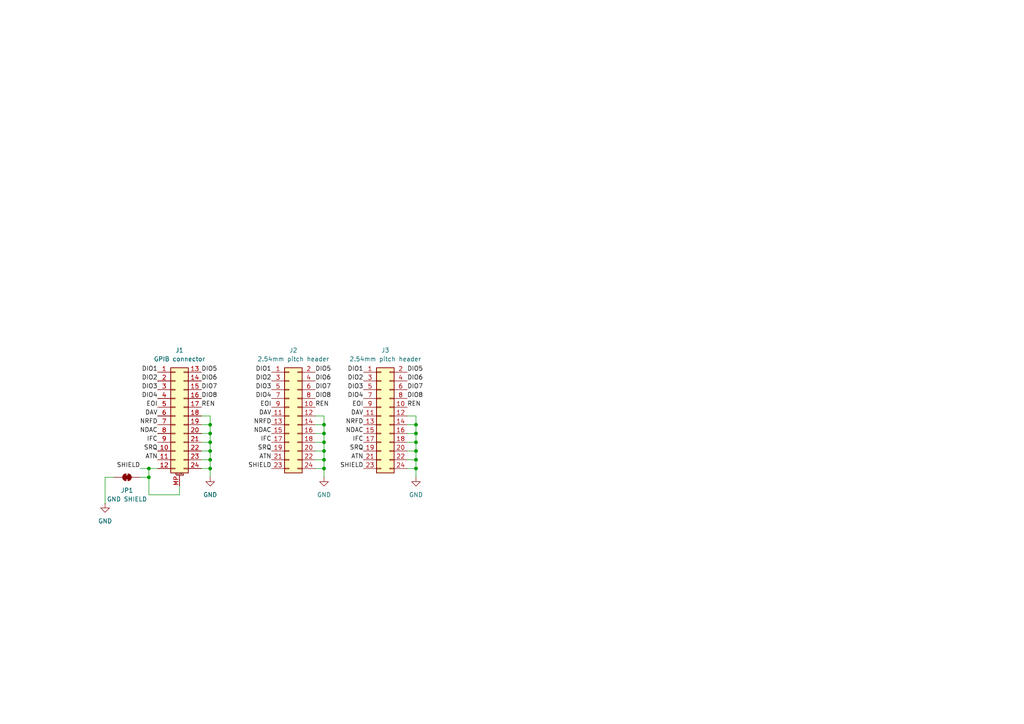
<source format=kicad_sch>
(kicad_sch (version 20250114) (generator "eeschema") (generator_version "9.0")
  (paper "A4")
  (lib_symbols
    (symbol "Connector_Generic:Conn_02x12_Odd_Even" (pin_names (offset 1.016) (hide yes))
      (property "Reference" "J" (at 1.27 15.24 0))
      (property "Value" "Conn_02x12_Odd_Even" (at 1.27 -17.78 0))
      (symbol "Conn_02x12_Odd_Even_1_1"
        (rectangle (start -1.27 13.97) (end 3.81 -16.51) (stroke (width 0.254)) (fill (type background)))
        (rectangle (start -1.27 12.827) (end 0 12.573) (stroke (width 0.1524)))
        (rectangle (start -1.27 10.287) (end 0 10.033) (stroke (width 0.1524)))
        (rectangle (start -1.27 7.747) (end 0 7.493) (stroke (width 0.1524)))
        (rectangle (start -1.27 5.207) (end 0 4.953) (stroke (width 0.1524)))
        (rectangle (start -1.27 2.667) (end 0 2.413) (stroke (width 0.1524)))
        (rectangle (start -1.27 0.127) (end 0 -0.127) (stroke (width 0.1524)))
        (rectangle (start -1.27 -2.413) (end 0 -2.667) (stroke (width 0.1524)))
        (rectangle (start -1.27 -4.953) (end 0 -5.207) (stroke (width 0.1524)))
        (rectangle (start -1.27 -7.493) (end 0 -7.747) (stroke (width 0.1524)))
        (rectangle (start -1.27 -10.033) (end 0 -10.287) (stroke (width 0.1524)))
        (rectangle (start -1.27 -12.573) (end 0 -12.827) (stroke (width 0.1524)))
        (rectangle (start -1.27 -15.113) (end 0 -15.367) (stroke (width 0.1524)))
        (rectangle (start 3.81 12.827) (end 2.54 12.573) (stroke (width 0.1524)))
        (rectangle (start 3.81 10.287) (end 2.54 10.033) (stroke (width 0.1524)))
        (rectangle (start 3.81 7.747) (end 2.54 7.493) (stroke (width 0.1524)))
        (rectangle (start 3.81 5.207) (end 2.54 4.953) (stroke (width 0.1524)))
        (rectangle (start 3.81 2.667) (end 2.54 2.413) (stroke (width 0.1524)))
        (rectangle (start 3.81 0.127) (end 2.54 -0.127) (stroke (width 0.1524)))
        (rectangle (start 3.81 -2.413) (end 2.54 -2.667) (stroke (width 0.1524)))
        (rectangle (start 3.81 -4.953) (end 2.54 -5.207) (stroke (width 0.1524)))
        (rectangle (start 3.81 -7.493) (end 2.54 -7.747) (stroke (width 0.1524)))
        (rectangle (start 3.81 -10.033) (end 2.54 -10.287) (stroke (width 0.1524)))
        (rectangle (start 3.81 -12.573) (end 2.54 -12.827) (stroke (width 0.1524)))
        (rectangle (start 3.81 -15.113) (end 2.54 -15.367) (stroke (width 0.1524)))
        (pin passive line (at -5.08 12.7 0) (length 3.81) (name "Pin_1") (number "1"))
        (pin passive line (at -5.08 10.16 0) (length 3.81) (name "Pin_3") (number "3"))
        (pin passive line (at -5.08 7.62 0) (length 3.81) (name "Pin_5") (number "5"))
        (pin passive line (at -5.08 5.08 0) (length 3.81) (name "Pin_7") (number "7"))
        (pin passive line (at -5.08 2.54 0) (length 3.81) (name "Pin_9") (number "9"))
        (pin passive line (at -5.08 0 0) (length 3.81) (name "Pin_11") (number "11"))
        (pin passive line (at -5.08 -2.54 0) (length 3.81) (name "Pin_13") (number "13"))
        (pin passive line (at -5.08 -5.08 0) (length 3.81) (name "Pin_15") (number "15"))
        (pin passive line (at -5.08 -7.62 0) (length 3.81) (name "Pin_17") (number "17"))
        (pin passive line (at -5.08 -10.16 0) (length 3.81) (name "Pin_19") (number "19"))
        (pin passive line (at -5.08 -12.7 0) (length 3.81) (name "Pin_21") (number "21"))
        (pin passive line (at -5.08 -15.24 0) (length 3.81) (name "Pin_23") (number "23"))
        (pin passive line (at 7.62 12.7 180) (length 3.81) (name "Pin_2") (number "2"))
        (pin passive line (at 7.62 10.16 180) (length 3.81) (name "Pin_4") (number "4"))
        (pin passive line (at 7.62 7.62 180) (length 3.81) (name "Pin_6") (number "6"))
        (pin passive line (at 7.62 5.08 180) (length 3.81) (name "Pin_8") (number "8"))
        (pin passive line (at 7.62 2.54 180) (length 3.81) (name "Pin_10") (number "10"))
        (pin passive line (at 7.62 0 180) (length 3.81) (name "Pin_12") (number "12"))
        (pin passive line (at 7.62 -2.54 180) (length 3.81) (name "Pin_14") (number "14"))
        (pin passive line (at 7.62 -5.08 180) (length 3.81) (name "Pin_16") (number "16"))
        (pin passive line (at 7.62 -7.62 180) (length 3.81) (name "Pin_18") (number "18"))
        (pin passive line (at 7.62 -10.16 180) (length 3.81) (name "Pin_20") (number "20"))
        (pin passive line (at 7.62 -12.7 180) (length 3.81) (name "Pin_22") (number "22"))
        (pin passive line (at 7.62 -15.24 180) (length 3.81) (name "Pin_24") (number "24"))
      )
    )
    (symbol "Connector_Generic_MountingPin:Conn_02x12_Top_Bottom_MountingPin" (pin_names (offset 1.016) (hide yes))
      (property "Reference" "J" (at 1.27 15.24 0))
      (property "Value" "Conn_02x12_Top_Bottom_MountingPin" (at 2.54 -17.78 0))
      (symbol "Conn_02x12_Top_Bottom_MountingPin_1_1"
        (rectangle (start -1.27 13.97) (end 3.81 -16.51) (stroke (width 0.254)) (fill (type background)))
        (rectangle (start -1.27 12.827) (end 0 12.573) (stroke (width 0.1524)))
        (rectangle (start -1.27 10.287) (end 0 10.033) (stroke (width 0.1524)))
        (rectangle (start -1.27 7.747) (end 0 7.493) (stroke (width 0.1524)))
        (rectangle (start -1.27 5.207) (end 0 4.953) (stroke (width 0.1524)))
        (rectangle (start -1.27 2.667) (end 0 2.413) (stroke (width 0.1524)))
        (rectangle (start -1.27 0.127) (end 0 -0.127) (stroke (width 0.1524)))
        (rectangle (start -1.27 -2.413) (end 0 -2.667) (stroke (width 0.1524)))
        (rectangle (start -1.27 -4.953) (end 0 -5.207) (stroke (width 0.1524)))
        (rectangle (start -1.27 -7.493) (end 0 -7.747) (stroke (width 0.1524)))
        (rectangle (start -1.27 -10.033) (end 0 -10.287) (stroke (width 0.1524)))
        (rectangle (start -1.27 -12.573) (end 0 -12.827) (stroke (width 0.1524)))
        (rectangle (start -1.27 -15.113) (end 0 -15.367) (stroke (width 0.1524)))
        (polyline (pts (xy 0.254 -17.272) (xy 2.286 -17.272)) (stroke (width 0.1524)))
        (rectangle (start 3.81 12.827) (end 2.54 12.573) (stroke (width 0.1524)))
        (rectangle (start 3.81 10.287) (end 2.54 10.033) (stroke (width 0.1524)))
        (rectangle (start 3.81 7.747) (end 2.54 7.493) (stroke (width 0.1524)))
        (rectangle (start 3.81 5.207) (end 2.54 4.953) (stroke (width 0.1524)))
        (rectangle (start 3.81 2.667) (end 2.54 2.413) (stroke (width 0.1524)))
        (rectangle (start 3.81 0.127) (end 2.54 -0.127) (stroke (width 0.1524)))
        (rectangle (start 3.81 -2.413) (end 2.54 -2.667) (stroke (width 0.1524)))
        (rectangle (start 3.81 -4.953) (end 2.54 -5.207) (stroke (width 0.1524)))
        (rectangle (start 3.81 -7.493) (end 2.54 -7.747) (stroke (width 0.1524)))
        (rectangle (start 3.81 -10.033) (end 2.54 -10.287) (stroke (width 0.1524)))
        (rectangle (start 3.81 -12.573) (end 2.54 -12.827) (stroke (width 0.1524)))
        (rectangle (start 3.81 -15.113) (end 2.54 -15.367) (stroke (width 0.1524)))
        (text "Mounting" (at 1.27 -16.891 0) (effects (font (size 0.381 0.381))))
        (pin passive line (at -5.08 12.7 0) (length 3.81) (name "Pin_1") (number "1"))
        (pin passive line (at -5.08 10.16 0) (length 3.81) (name "Pin_2") (number "2"))
        (pin passive line (at -5.08 7.62 0) (length 3.81) (name "Pin_3") (number "3"))
        (pin passive line (at -5.08 5.08 0) (length 3.81) (name "Pin_4") (number "4"))
        (pin passive line (at -5.08 2.54 0) (length 3.81) (name "Pin_5") (number "5"))
        (pin passive line (at -5.08 0 0) (length 3.81) (name "Pin_6") (number "6"))
        (pin passive line (at -5.08 -2.54 0) (length 3.81) (name "Pin_7") (number "7"))
        (pin passive line (at -5.08 -5.08 0) (length 3.81) (name "Pin_8") (number "8"))
        (pin passive line (at -5.08 -7.62 0) (length 3.81) (name "Pin_9") (number "9"))
        (pin passive line (at -5.08 -10.16 0) (length 3.81) (name "Pin_10") (number "10"))
        (pin passive line (at -5.08 -12.7 0) (length 3.81) (name "Pin_11") (number "11"))
        (pin passive line (at -5.08 -15.24 0) (length 3.81) (name "Pin_12") (number "12"))
        (pin passive line (at 1.27 -20.32 90) (length 3.048) (name "MountPin") (number "MP"))
        (pin passive line (at 7.62 12.7 180) (length 3.81) (name "Pin_13") (number "13"))
        (pin passive line (at 7.62 10.16 180) (length 3.81) (name "Pin_14") (number "14"))
        (pin passive line (at 7.62 7.62 180) (length 3.81) (name "Pin_15") (number "15"))
        (pin passive line (at 7.62 5.08 180) (length 3.81) (name "Pin_16") (number "16"))
        (pin passive line (at 7.62 2.54 180) (length 3.81) (name "Pin_17") (number "17"))
        (pin passive line (at 7.62 0 180) (length 3.81) (name "Pin_18") (number "18"))
        (pin passive line (at 7.62 -2.54 180) (length 3.81) (name "Pin_19") (number "19"))
        (pin passive line (at 7.62 -5.08 180) (length 3.81) (name "Pin_20") (number "20"))
        (pin passive line (at 7.62 -7.62 180) (length 3.81) (name "Pin_21") (number "21"))
        (pin passive line (at 7.62 -10.16 180) (length 3.81) (name "Pin_22") (number "22"))
        (pin passive line (at 7.62 -12.7 180) (length 3.81) (name "Pin_23") (number "23"))
        (pin passive line (at 7.62 -15.24 180) (length 3.81) (name "Pin_24") (number "24"))
      )
    )
    (symbol "Jumper:SolderJumper_2_Bridged" (pin_numbers (hide yes)) (pin_names (offset 0) (hide yes)) (exclude_from_sim yes) (in_bom no)
      (property "Reference" "JP" (at 0 2.032 0))
      (property "Value" "SolderJumper_2_Bridged" (at 0 -2.54 0))
      (symbol "SolderJumper_2_Bridged_0_1"
        (rectangle (start -0.508 0.508) (end 0.508 -0.508) (fill (type outline)))
        (polyline (pts (xy -0.254 1.016) (xy -0.254 -1.016)))
        (arc (start -0.254 -1.016) (mid -1.2656 0) (end -0.254 1.016))
        (arc (start -0.254 -1.016) (mid -1.2656 0) (end -0.254 1.016) (fill (type outline)))
        (arc (start 0.254 1.016) (mid 1.2656 0) (end 0.254 -1.016))
        (arc (start 0.254 1.016) (mid 1.2656 0) (end 0.254 -1.016) (fill (type outline)))
        (polyline (pts (xy 0.254 1.016) (xy 0.254 -1.016)))
      )
      (symbol "SolderJumper_2_Bridged_1_1"
        (pin passive line (at -3.81 0 0) (length 2.54) (name "A") (number "1"))
        (pin passive line (at 3.81 0 180) (length 2.54) (name "B") (number "2"))
      )
    )
    (symbol "power:GND" (power) (pin_numbers (hide yes)) (pin_names (offset 0) (hide yes))
      (property "Value" "GND" (at 0 -3.81 0))
      (symbol "GND_0_1"
        (polyline (pts (xy 0 0) (xy 0 -1.27) (xy 1.27 -1.27) (xy 0 -2.54) (xy -1.27 -1.27) (xy 0 -1.27)))
      )
      (symbol "GND_1_1"
        (pin power_in line (at 0 0 270) (length 0) (name "~") (number "1"))
      )
    )
  )
  (junction (at 120.65 125.73))
  (junction (at 120.65 133.35))
  (junction (at 60.96 128.27))
  (junction (at 93.98 135.89))
  (junction (at 60.96 123.19))
  (junction (at 60.96 125.73))
  (junction (at 93.98 133.35))
  (junction (at 93.98 125.73))
  (junction (at 120.65 128.27))
  (junction (at 93.98 123.19))
  (junction (at 120.65 130.81))
  (junction (at 120.65 123.19))
  (junction (at 43.18 138.43))
  (junction (at 60.96 133.35))
  (junction (at 43.18 135.89))
  (junction (at 60.96 130.81))
  (junction (at 93.98 130.81))
  (junction (at 60.96 135.89))
  (junction (at 93.98 128.27))
  (junction (at 120.65 135.89))
  (wire (pts (xy 93.98 123.19) (xy 93.98 125.73)))
  (wire (pts (xy 60.96 120.65) (xy 60.96 123.19)))
  (wire (pts (xy 93.98 133.35) (xy 93.98 135.89)))
  (wire (pts (xy 58.42 123.19) (xy 60.96 123.19)))
  (wire (pts (xy 58.42 130.81) (xy 60.96 130.81)))
  (wire (pts (xy 91.44 128.27) (xy 93.98 128.27)))
  (wire (pts (xy 118.11 135.89) (xy 120.65 135.89)))
  (wire (pts (xy 60.96 123.19) (xy 60.96 125.73)))
  (wire (pts (xy 118.11 133.35) (xy 120.65 133.35)))
  (wire (pts (xy 120.65 128.27) (xy 120.65 130.81)))
  (wire (pts (xy 93.98 130.81) (xy 93.98 133.35)))
  (wire (pts (xy 43.18 138.43) (xy 43.18 143.51)))
  (wire (pts (xy 58.42 133.35) (xy 60.96 133.35)))
  (wire (pts (xy 118.11 123.19) (xy 120.65 123.19)))
  (wire (pts (xy 43.18 135.89) (xy 43.18 138.43)))
  (wire (pts (xy 58.42 128.27) (xy 60.96 128.27)))
  (wire (pts (xy 118.11 130.81) (xy 120.65 130.81)))
  (wire (pts (xy 120.65 120.65) (xy 120.65 123.19)))
  (wire (pts (xy 93.98 120.65) (xy 93.98 123.19)))
  (wire (pts (xy 120.65 135.89) (xy 120.65 138.43)))
  (wire (pts (xy 93.98 135.89) (xy 93.98 138.43)))
  (wire (pts (xy 60.96 133.35) (xy 60.96 135.89)))
  (wire (pts (xy 91.44 125.73) (xy 93.98 125.73)))
  (wire (pts (xy 40.64 138.43) (xy 43.18 138.43)))
  (wire (pts (xy 91.44 120.65) (xy 93.98 120.65)))
  (wire (pts (xy 118.11 128.27) (xy 120.65 128.27)))
  (wire (pts (xy 118.11 120.65) (xy 120.65 120.65)))
  (wire (pts (xy 43.18 135.89) (xy 45.72 135.89)))
  (wire (pts (xy 52.07 140.97) (xy 52.07 143.51)))
  (wire (pts (xy 43.18 143.51) (xy 52.07 143.51)))
  (wire (pts (xy 30.48 146.05) (xy 30.48 138.43)))
  (wire (pts (xy 120.65 130.81) (xy 120.65 133.35)))
  (wire (pts (xy 60.96 130.81) (xy 60.96 133.35)))
  (wire (pts (xy 120.65 133.35) (xy 120.65 135.89)))
  (wire (pts (xy 91.44 130.81) (xy 93.98 130.81)))
  (wire (pts (xy 91.44 123.19) (xy 93.98 123.19)))
  (wire (pts (xy 60.96 135.89) (xy 60.96 138.43)))
  (wire (pts (xy 93.98 128.27) (xy 93.98 130.81)))
  (wire (pts (xy 30.48 138.43) (xy 33.02 138.43)))
  (wire (pts (xy 120.65 125.73) (xy 120.65 128.27)))
  (wire (pts (xy 118.11 125.73) (xy 120.65 125.73)))
  (wire (pts (xy 91.44 135.89) (xy 93.98 135.89)))
  (wire (pts (xy 60.96 125.73) (xy 60.96 128.27)))
  (wire (pts (xy 93.98 125.73) (xy 93.98 128.27)))
  (wire (pts (xy 120.65 123.19) (xy 120.65 125.73)))
  (wire (pts (xy 60.96 128.27) (xy 60.96 130.81)))
  (wire (pts (xy 40.64 135.89) (xy 43.18 135.89)))
  (wire (pts (xy 58.42 120.65) (xy 60.96 120.65)))
  (wire (pts (xy 58.42 135.89) (xy 60.96 135.89)))
  (wire (pts (xy 91.44 133.35) (xy 93.98 133.35)))
  (wire (pts (xy 58.42 125.73) (xy 60.96 125.73)))
  (label "IFC" (at 105.41 128.27 180))
  (label "IFC" (at 78.74 128.27 180))
  (label "DIO1" (at 45.72 107.95 180))
  (label "DIO2" (at 78.74 110.49 180))
  (label "DAV" (at 78.74 120.65 180))
  (label "DIO4" (at 45.72 115.57 180))
  (label "DIO1" (at 105.41 107.95 180))
  (label "DAV" (at 45.72 120.65 180))
  (label "DIO8" (at 58.42 115.57 0))
  (label "SHIELD" (at 105.41 135.89 180))
  (label "DIO4" (at 105.41 115.57 180))
  (label "SRQ" (at 45.72 130.81 180))
  (label "NRFD" (at 45.72 123.19 180))
  (label "NDAC" (at 45.72 125.73 180))
  (label "DIO8" (at 91.44 115.57 0))
  (label "EOI" (at 45.72 118.11 180))
  (label "REN" (at 118.11 118.11 0))
  (label "DIO3" (at 78.74 113.03 180))
  (label "DIO7" (at 118.11 113.03 0))
  (label "ATN" (at 45.72 133.35 180))
  (label "DIO5" (at 58.42 107.95 0))
  (label "SHIELD" (at 40.64 135.89 180))
  (label "DIO3" (at 45.72 113.03 180))
  (label "DIO4" (at 78.74 115.57 180))
  (label "REN" (at 58.42 118.11 0))
  (label "SRQ" (at 78.74 130.81 180))
  (label "NRFD" (at 78.74 123.19 180))
  (label "DIO7" (at 91.44 113.03 0))
  (label "EOI" (at 78.74 118.11 180))
  (label "EOI" (at 105.41 118.11 180))
  (label "DIO8" (at 118.11 115.57 0))
  (label "SRQ" (at 105.41 130.81 180))
  (label "DIO3" (at 105.41 113.03 180))
  (label "IFC" (at 45.72 128.27 180))
  (label "DIO2" (at 45.72 110.49 180))
  (label "DIO2" (at 105.41 110.49 180))
  (label "ATN" (at 78.74 133.35 180))
  (label "DIO6" (at 118.11 110.49 0))
  (label "DIO7" (at 58.42 113.03 0))
  (label "DIO6" (at 58.42 110.49 0))
  (label "ATN" (at 105.41 133.35 180))
  (label "DAV" (at 105.41 120.65 180))
  (label "DIO6" (at 91.44 110.49 0))
  (label "REN" (at 91.44 118.11 0))
  (label "SHIELD" (at 78.74 135.89 180))
  (label "DIO5" (at 91.44 107.95 0))
  (label "DIO1" (at 78.74 107.95 180))
  (label "NDAC" (at 78.74 125.73 180))
  (label "NRFD" (at 105.41 123.19 180))
  (label "NDAC" (at 105.41 125.73 180))
  (label "DIO5" (at 118.11 107.95 0))
  (symbol (lib_id "Connector_Generic_MountingPin:Conn_02x12_Top_Bottom_MountingPin") (at 50.8 120.65 0) (unit 1)
    (property "Reference" "J1" (at 52.07 101.6 0))
    (property "Value" "GPIB connector" (at 52.07 104.14 0))
    (property "Footprint" "MyLibrary:GPIB_Conn" (effects (hide yes)))
    (property "Description" "Generic connectable mounting pin connector, double row, 02x12, top/bottom pin numbering scheme (row 1: 1...pins_per_row, row2: pins_per_row+1 ... num_pins), script generated (kicad-library-utils/schlib/autogen/connector/)" (effects (hide yes)))
  )
  (symbol (lib_id "power:GND") (at 93.98 138.43 0) (unit 1)
    (property "Reference" "#PWR036" (effects (hide yes)))
    (property "Value" "GND" (at 93.98 143.51 0))
    (property "Description" "Power symbol creates a global label with name \"GND\" , ground" (effects (hide yes)))
  )
  (symbol (lib_id "Connector_Generic:Conn_02x12_Odd_Even") (at 110.49 120.65 0) (unit 1)
    (property "Reference" "J3" (at 111.76 101.6 0))
    (property "Value" "2.54mm pitch header" (at 111.76 104.14 0))
    (property "Footprint" "Connector_PinHeader_2.54mm:PinHeader_2x12_P2.54mm_Vertical" (effects (hide yes)))
    (property "Description" "Generic connector, double row, 02x12, odd/even pin numbering scheme (row 1 odd numbers, row 2 even numbers), script generated (kicad-library-utils/schlib/autogen/connector/)" (effects (hide yes)))
  )
  (symbol (lib_id "power:GND") (at 30.48 146.05 0) (unit 1)
    (property "Reference" "#PWR02" (effects (hide yes)))
    (property "Value" "GND" (at 30.48 151.13 0))
    (property "Description" "Power symbol creates a global label with name \"GND\" , ground" (effects (hide yes)))
  )
  (symbol (lib_id "Jumper:SolderJumper_2_Bridged") (at 36.83 138.43 0) (unit 1) (in_bom no)
    (property "Reference" "JP1" (at 36.83 142.24 0))
    (property "Value" "GND SHIELD" (at 36.83 144.78 0))
    (property "Footprint" "Jumper:SolderJumper-2_P1.3mm_Bridged_RoundedPad1.0x1.5mm" (effects (hide yes)))
    (property "Description" "Solder Jumper, 2-pole, closed/bridged" (effects (hide yes)))
  )
  (symbol (lib_id "Connector_Generic:Conn_02x12_Odd_Even") (at 83.82 120.65 0) (unit 1)
    (property "Reference" "J2" (at 85.09 101.6 0))
    (property "Value" "2.54mm pitch header" (at 85.09 104.14 0))
    (property "Footprint" "Connector_PinHeader_2.54mm:PinHeader_2x12_P2.54mm_Vertical" (effects (hide yes)))
    (property "Description" "Generic connector, double row, 02x12, odd/even pin numbering scheme (row 1 odd numbers, row 2 even numbers), script generated (kicad-library-utils/schlib/autogen/connector/)" (effects (hide yes)))
  )
  (symbol (lib_id "power:GND") (at 120.65 138.43 0) (unit 1)
    (property "Reference" "#PWR037" (effects (hide yes)))
    (property "Value" "GND" (at 120.65 143.51 0))
    (property "Description" "Power symbol creates a global label with name \"GND\" , ground" (effects (hide yes)))
  )
  (symbol (lib_id "power:GND") (at 60.96 138.43 0) (unit 1)
    (property "Reference" "#PWR01" (effects (hide yes)))
    (property "Value" "GND" (at 60.96 143.51 0))
    (property "Description" "Power symbol creates a global label with name \"GND\" , ground" (effects (hide yes)))
  )
)
</source>
